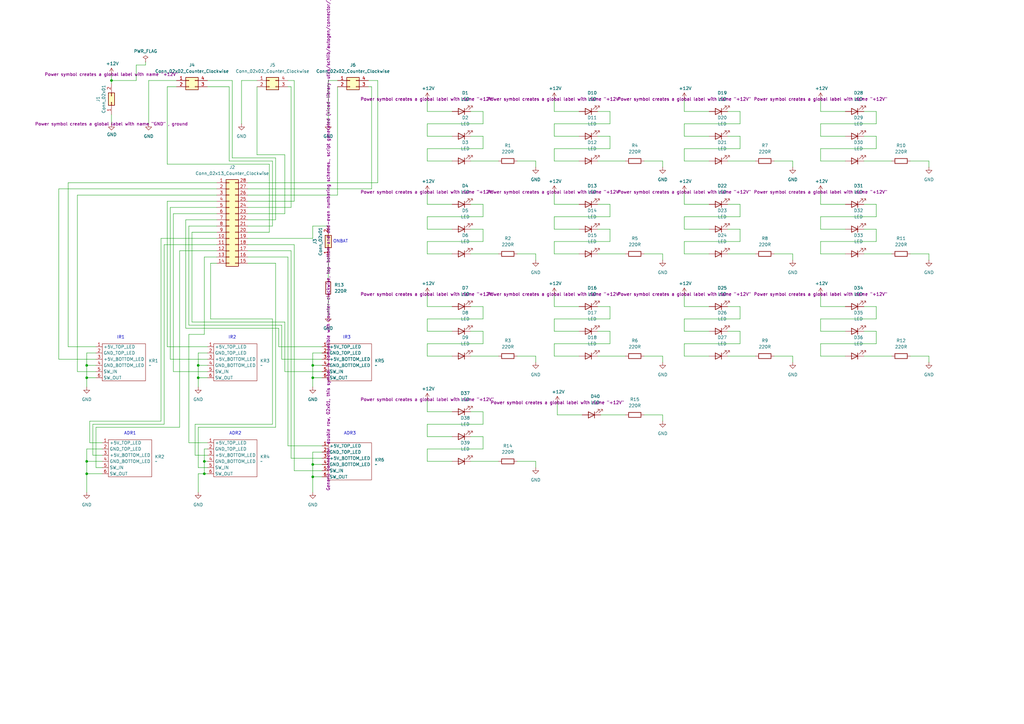
<source format=kicad_sch>
(kicad_sch (version 20250114) (generator "eeschema") (generator_version "9.0")
  (paper "A3")
  (text "IR1" (at 49.53 138.43 0) (effects (font (size 1.27 1.27))))
  (text "IR2" (at 95.25 138.43 0) (effects (font (size 1.27 1.27))))
  (text "ONBAT" (at 139.7 99.06 0) (effects (font (size 1.27 1.27))))
  (text "IR3" (at 142.24 138.43 0) (effects (font (size 1.27 1.27))))
  (text "ADR2" (at 96.52 177.8 0) (effects (font (size 1.27 1.27))))
  (text "ADR3" (at 143.51 177.8 0) (effects (font (size 1.27 1.27))))
  (text "ADR1" (at 53.34 177.8 0) (effects (font (size 1.27 1.27))))
  (junction (at 45.72 33.02))
  (junction (at 128.27 149.86))
  (junction (at 83.82 189.23))
  (junction (at 81.28 154.94))
  (junction (at 35.56 154.94))
  (junction (at 35.56 194.31))
  (junction (at 128.27 195.58))
  (junction (at 35.56 149.86))
  (junction (at 83.82 194.31))
  (junction (at 128.27 190.5))
  (junction (at 128.27 154.94))
  (junction (at 81.28 149.86))
  (junction (at 35.56 189.23))
  (wire (pts (xy 303.53 55.88) (xy 298.45 55.88)))
  (wire (pts (xy 219.71 189.23) (xy 219.71 191.77)))
  (wire (pts (xy 83.82 189.23) (xy 85.09 189.23)))
  (wire (pts (xy 228.6 170.18) (xy 238.76 170.18)))
  (wire (pts (xy 175.26 45.72) (xy 185.42 45.72)))
  (wire (pts (xy 85.09 147.32) (xy 69.85 147.32)))
  (wire (pts (xy 101.6 100.33) (xy 120.65 100.33)))
  (wire (pts (xy 119.38 187.96) (xy 119.38 102.87)))
  (wire (pts (xy 317.5 66.04) (xy 325.12 66.04)))
  (wire (pts (xy 298.45 104.14) (xy 309.88 104.14)))
  (wire (pts (xy 38.1 173.99) (xy 67.31 173.99)))
  (wire (pts (xy 381 146.05) (xy 381 148.59)))
  (wire (pts (xy 290.83 104.14) (xy 280.67 104.14)))
  (wire (pts (xy 105.41 63.5) (xy 116.84 63.5)))
  (wire (pts (xy 359.41 55.88) (xy 354.33 55.88)))
  (wire (pts (xy 175.26 93.98) (xy 175.26 88.9)))
  (wire (pts (xy 193.04 146.05) (xy 204.47 146.05)))
  (wire (pts (xy 119.38 85.09) (xy 101.6 85.09)))
  (wire (pts (xy 346.71 93.98) (xy 336.55 93.98)))
  (wire (pts (xy 359.41 140.97) (xy 359.41 135.89)))
  (wire (pts (xy 77.47 181.61) (xy 77.47 137.16)))
  (wire (pts (xy 78.74 132.08) (xy 78.74 95.25)))
  (wire (pts (xy 264.16 104.14) (xy 271.78 104.14)))
  (wire (pts (xy 336.55 140.97) (xy 359.41 140.97)))
  (wire (pts (xy 81.28 144.78) (xy 85.09 144.78)))
  (wire (pts (xy 41.91 186.69) (xy 38.1 186.69)))
  (wire (pts (xy 115.57 147.32) (xy 132.08 147.32)))
  (wire (pts (xy 303.53 50.8) (xy 303.53 45.72)))
  (wire (pts (xy 346.71 146.05) (xy 336.55 146.05)))
  (wire (pts (xy 36.83 172.72) (xy 66.04 172.72)))
  (wire (pts (xy 193.04 66.04) (xy 204.47 66.04)))
  (wire (pts (xy 151.13 35.56) (xy 152.4 35.56)))
  (wire (pts (xy 175.26 120.65) (xy 175.26 125.73)))
  (wire (pts (xy 280.67 45.72) (xy 290.83 45.72)))
  (wire (pts (xy 237.49 146.05) (xy 227.33 146.05)))
  (wire (pts (xy 354.33 66.04) (xy 365.76 66.04)))
  (wire (pts (xy 77.47 92.71) (xy 77.47 133.35)))
  (wire (pts (xy 175.26 104.14) (xy 175.26 99.06)))
  (wire (pts (xy 77.47 133.35) (xy 115.57 133.35)))
  (wire (pts (xy 219.71 66.04) (xy 219.71 68.58)))
  (wire (pts (xy 113.03 90.17) (xy 101.6 90.17)))
  (wire (pts (xy 83.82 184.15) (xy 85.09 184.15)))
  (wire (pts (xy 78.74 95.25) (xy 88.9 95.25)))
  (wire (pts (xy 118.11 182.88) (xy 118.11 105.41)))
  (wire (pts (xy 85.09 186.69) (xy 80.01 186.69)))
  (wire (pts (xy 80.01 186.69) (xy 80.01 173.99)))
  (wire (pts (xy 119.38 35.56) (xy 119.38 85.09)))
  (wire (pts (xy 336.55 60.96) (xy 359.41 60.96)))
  (wire (pts (xy 128.27 195.58) (xy 132.08 195.58)))
  (wire (pts (xy 27.94 142.24) (xy 27.94 74.93)))
  (wire (pts (xy 67.31 100.33) (xy 88.9 100.33)))
  (wire (pts (xy 59.69 26.67) (xy 59.69 25.4)))
  (wire (pts (xy 198.12 168.91) (xy 193.04 168.91)))
  (wire (pts (xy 35.56 158.75) (xy 35.56 154.94)))
  (wire (pts (xy 290.83 66.04) (xy 280.67 66.04)))
  (wire (pts (xy 290.83 55.88) (xy 280.67 55.88)))
  (wire (pts (xy 76.2 134.62) (xy 76.2 90.17)))
  (wire (pts (xy 99.06 33.02) (xy 105.41 33.02)))
  (wire (pts (xy 85.09 152.4) (xy 71.12 152.4)))
  (wire (pts (xy 280.67 55.88) (xy 280.67 50.8)))
  (wire (pts (xy 193.04 189.23) (xy 204.47 189.23)))
  (wire (pts (xy 175.26 88.9) (xy 198.12 88.9)))
  (wire (pts (xy 245.11 104.14) (xy 256.54 104.14)))
  (wire (pts (xy 45.72 30.48) (xy 45.72 33.02)))
  (wire (pts (xy 280.67 93.98) (xy 280.67 88.9)))
  (wire (pts (xy 128.27 92.71) (xy 134.62 92.71)))
  (wire (pts (xy 35.56 189.23) (xy 35.56 184.15)))
  (wire (pts (xy 154.94 33.02) (xy 154.94 74.93)))
  (wire (pts (xy 99.06 50.8) (xy 99.06 33.02)))
  (wire (pts (xy 336.55 55.88) (xy 336.55 50.8)))
  (wire (pts (xy 81.28 149.86) (xy 81.28 144.78)))
  (wire (pts (xy 185.42 179.07) (xy 175.26 179.07)))
  (wire (pts (xy 280.67 60.96) (xy 303.53 60.96)))
  (wire (pts (xy 317.5 146.05) (xy 325.12 146.05)))
  (wire (pts (xy 198.12 88.9) (xy 198.12 83.82)))
  (wire (pts (xy 93.98 66.04) (xy 111.76 66.04)))
  (wire (pts (xy 227.33 125.73) (xy 237.49 125.73)))
  (wire (pts (xy 346.71 135.89) (xy 336.55 135.89)))
  (wire (pts (xy 303.53 140.97) (xy 303.53 135.89)))
  (wire (pts (xy 298.45 146.05) (xy 309.88 146.05)))
  (wire (pts (xy 77.47 137.16) (xy 83.82 137.16)))
  (wire (pts (xy 134.62 50.8) (xy 134.62 33.02)))
  (wire (pts (xy 101.6 107.95) (xy 113.03 107.95)))
  (wire (pts (xy 303.53 93.98) (xy 298.45 93.98)))
  (wire (pts (xy 336.55 40.64) (xy 336.55 45.72)))
  (wire (pts (xy 280.67 88.9) (xy 303.53 88.9)))
  (wire (pts (xy 336.55 146.05) (xy 336.55 140.97)))
  (wire (pts (xy 264.16 146.05) (xy 271.78 146.05)))
  (wire (pts (xy 39.37 152.4) (xy 31.75 152.4)))
  (wire (pts (xy 113.03 107.95) (xy 113.03 175.26)))
  (wire (pts (xy 101.6 97.79) (xy 128.27 97.79)))
  (wire (pts (xy 303.53 88.9) (xy 303.53 83.82)))
  (wire (pts (xy 118.11 35.56) (xy 119.38 35.56)))
  (wire (pts (xy 110.49 67.31) (xy 68.58 67.31)))
  (wire (pts (xy 212.09 189.23) (xy 219.71 189.23)))
  (wire (pts (xy 152.4 77.47) (xy 101.6 77.47)))
  (wire (pts (xy 303.53 83.82) (xy 298.45 83.82)))
  (wire (pts (xy 138.43 35.56) (xy 138.43 80.01)))
  (wire (pts (xy 45.72 46.99) (xy 45.72 50.8)))
  (wire (pts (xy 227.33 45.72) (xy 237.49 45.72)))
  (wire (pts (xy 198.12 125.73) (xy 193.04 125.73)))
  (wire (pts (xy 354.33 146.05) (xy 365.76 146.05)))
  (wire (pts (xy 111.76 92.71) (xy 101.6 92.71)))
  (wire (pts (xy 359.41 45.72) (xy 354.33 45.72)))
  (wire (pts (xy 128.27 144.78) (xy 132.08 144.78)))
  (wire (pts (xy 237.49 104.14) (xy 227.33 104.14)))
  (wire (pts (xy 175.26 130.81) (xy 198.12 130.81)))
  (wire (pts (xy 227.33 99.06) (xy 250.19 99.06)))
  (wire (pts (xy 227.33 60.96) (xy 250.19 60.96)))
  (wire (pts (xy 85.09 35.56) (xy 93.98 35.56)))
  (wire (pts (xy 227.33 93.98) (xy 227.33 88.9)))
  (wire (pts (xy 264.16 170.18) (xy 271.78 170.18)))
  (wire (pts (xy 359.41 60.96) (xy 359.41 55.88)))
  (wire (pts (xy 303.53 135.89) (xy 298.45 135.89)))
  (wire (pts (xy 83.82 189.23) (xy 83.82 184.15)))
  (wire (pts (xy 134.62 121.92) (xy 134.62 129.54)))
  (wire (pts (xy 41.91 181.61) (xy 36.83 181.61)))
  (wire (pts (xy 128.27 154.94) (xy 128.27 149.86)))
  (wire (pts (xy 114.3 134.62) (xy 76.2 134.62)))
  (wire (pts (xy 116.84 87.63) (xy 101.6 87.63)))
  (wire (pts (xy 80.01 173.99) (xy 111.76 173.99)))
  (wire (pts (xy 81.28 191.77) (xy 81.28 175.26)))
  (wire (pts (xy 373.38 104.14) (xy 381 104.14)))
  (wire (pts (xy 111.76 130.81) (xy 86.36 130.81)))
  (wire (pts (xy 128.27 190.5) (xy 128.27 185.42)))
  (wire (pts (xy 83.82 194.31) (xy 85.09 194.31)))
  (wire (pts (xy 128.27 149.86) (xy 128.27 144.78)))
  (wire (pts (xy 271.78 104.14) (xy 271.78 106.68)))
  (wire (pts (xy 81.28 149.86) (xy 85.09 149.86)))
  (wire (pts (xy 336.55 104.14) (xy 336.55 99.06)))
  (wire (pts (xy 66.04 172.72) (xy 66.04 97.79)))
  (wire (pts (xy 212.09 66.04) (xy 219.71 66.04)))
  (wire (pts (xy 175.26 50.8) (xy 198.12 50.8)))
  (wire (pts (xy 198.12 93.98) (xy 193.04 93.98)))
  (wire (pts (xy 85.09 33.02) (xy 95.25 33.02)))
  (wire (pts (xy 132.08 182.88) (xy 118.11 182.88)))
  (wire (pts (xy 359.41 88.9) (xy 359.41 83.82)))
  (wire (pts (xy 128.27 201.93) (xy 128.27 195.58)))
  (wire (pts (xy 290.83 93.98) (xy 280.67 93.98)))
  (wire (pts (xy 198.12 55.88) (xy 193.04 55.88)))
  (wire (pts (xy 373.38 146.05) (xy 381 146.05)))
  (wire (pts (xy 73.66 175.26) (xy 39.37 175.26)))
  (wire (pts (xy 35.56 189.23) (xy 41.91 189.23)))
  (wire (pts (xy 227.33 120.65) (xy 227.33 125.73)))
  (wire (pts (xy 250.19 83.82) (xy 245.11 83.82)))
  (wire (pts (xy 71.12 87.63) (xy 88.9 87.63)))
  (wire (pts (xy 175.26 99.06) (xy 198.12 99.06)))
  (wire (pts (xy 118.11 33.02) (xy 120.65 33.02)))
  (wire (pts (xy 245.11 146.05) (xy 256.54 146.05)))
  (wire (pts (xy 227.33 135.89) (xy 227.33 130.81)))
  (wire (pts (xy 105.41 35.56) (xy 105.41 63.5)))
  (wire (pts (xy 24.13 77.47) (xy 88.9 77.47)))
  (wire (pts (xy 81.28 194.31) (xy 83.82 194.31)))
  (wire (pts (xy 271.78 66.04) (xy 271.78 68.58)))
  (wire (pts (xy 110.49 95.25) (xy 110.49 67.31)))
  (wire (pts (xy 250.19 125.73) (xy 245.11 125.73)))
  (wire (pts (xy 81.28 154.94) (xy 85.09 154.94)))
  (wire (pts (xy 68.58 67.31) (xy 68.58 35.56)))
  (wire (pts (xy 128.27 195.58) (xy 128.27 190.5)))
  (wire (pts (xy 185.42 55.88) (xy 175.26 55.88)))
  (wire (pts (xy 359.41 50.8) (xy 359.41 45.72)))
  (wire (pts (xy 359.41 135.89) (xy 354.33 135.89)))
  (wire (pts (xy 95.25 33.02) (xy 95.25 64.77)))
  (wire (pts (xy 359.41 99.06) (xy 359.41 93.98)))
  (wire (pts (xy 120.65 193.04) (xy 120.65 100.33)))
  (wire (pts (xy 71.12 152.4) (xy 71.12 87.63)))
  (wire (pts (xy 111.76 130.81) (xy 111.76 173.99)))
  (wire (pts (xy 271.78 146.05) (xy 271.78 148.59)))
  (wire (pts (xy 359.41 93.98) (xy 354.33 93.98)))
  (wire (pts (xy 132.08 193.04) (xy 120.65 193.04)))
  (wire (pts (xy 83.82 105.41) (xy 88.9 105.41)))
  (wire (pts (xy 280.67 135.89) (xy 280.67 130.81)))
  (wire (pts (xy 185.42 66.04) (xy 175.26 66.04)))
  (wire (pts (xy 35.56 154.94) (xy 35.56 149.86)))
  (wire (pts (xy 120.65 82.55) (xy 101.6 82.55)))
  (wire (pts (xy 31.75 152.4) (xy 31.75 80.01)))
  (wire (pts (xy 35.56 154.94) (xy 39.37 154.94)))
  (wire (pts (xy 381 66.04) (xy 381 68.58)))
  (wire (pts (xy 212.09 104.14) (xy 219.71 104.14)))
  (wire (pts (xy 67.31 173.99) (xy 67.31 100.33)))
  (wire (pts (xy 280.67 125.73) (xy 290.83 125.73)))
  (wire (pts (xy 250.19 60.96) (xy 250.19 55.88)))
  (wire (pts (xy 45.72 33.02) (xy 55.88 33.02)))
  (wire (pts (xy 280.67 140.97) (xy 303.53 140.97)))
  (wire (pts (xy 27.94 74.93) (xy 88.9 74.93)))
  (wire (pts (xy 114.3 142.24) (xy 114.3 134.62)))
  (wire (pts (xy 69.85 85.09) (xy 88.9 85.09)))
  (wire (pts (xy 280.67 104.14) (xy 280.67 99.06)))
  (wire (pts (xy 336.55 88.9) (xy 359.41 88.9)))
  (wire (pts (xy 373.38 66.04) (xy 381 66.04)))
  (wire (pts (xy 198.12 184.15) (xy 198.12 179.07)))
  (wire (pts (xy 73.66 102.87) (xy 73.66 175.26)))
  (wire (pts (xy 303.53 45.72) (xy 298.45 45.72)))
  (wire (pts (xy 175.26 189.23) (xy 175.26 184.15)))
  (wire (pts (xy 175.26 55.88) (xy 175.26 50.8)))
  (wire (pts (xy 175.26 173.99) (xy 198.12 173.99)))
  (wire (pts (xy 325.12 66.04) (xy 325.12 68.58)))
  (wire (pts (xy 325.12 104.14) (xy 325.12 106.68)))
  (wire (pts (xy 193.04 104.14) (xy 204.47 104.14)))
  (wire (pts (xy 175.26 66.04) (xy 175.26 60.96)))
  (wire (pts (xy 298.45 66.04) (xy 309.88 66.04)))
  (wire (pts (xy 346.71 104.14) (xy 336.55 104.14)))
  (wire (pts (xy 198.12 135.89) (xy 193.04 135.89)))
  (wire (pts (xy 35.56 194.31) (xy 35.56 189.23)))
  (wire (pts (xy 280.67 78.74) (xy 280.67 83.82)))
  (wire (pts (xy 250.19 45.72) (xy 245.11 45.72)))
  (wire (pts (xy 81.28 201.93) (xy 81.28 194.31)))
  (wire (pts (xy 280.67 120.65) (xy 280.67 125.73)))
  (wire (pts (xy 271.78 170.18) (xy 271.78 172.72)))
  (wire (pts (xy 35.56 194.31) (xy 41.91 194.31)))
  (wire (pts (xy 381 104.14) (xy 381 106.68)))
  (wire (pts (xy 128.27 158.75) (xy 128.27 154.94)))
  (wire (pts (xy 35.56 201.93) (xy 35.56 194.31)))
  (wire (pts (xy 68.58 142.24) (xy 68.58 82.55)))
  (wire (pts (xy 280.67 50.8) (xy 303.53 50.8)))
  (wire (pts (xy 250.19 50.8) (xy 250.19 45.72)))
  (wire (pts (xy 175.26 140.97) (xy 198.12 140.97)))
  (wire (pts (xy 280.67 40.64) (xy 280.67 45.72)))
  (wire (pts (xy 175.26 125.73) (xy 185.42 125.73)))
  (wire (pts (xy 227.33 130.81) (xy 250.19 130.81)))
  (wire (pts (xy 336.55 135.89) (xy 336.55 130.81)))
  (wire (pts (xy 290.83 135.89) (xy 280.67 135.89)))
  (wire (pts (xy 303.53 60.96) (xy 303.53 55.88)))
  (wire (pts (xy 250.19 55.88) (xy 245.11 55.88)))
  (wire (pts (xy 250.19 88.9) (xy 250.19 83.82)))
  (wire (pts (xy 317.5 104.14) (xy 325.12 104.14)))
  (wire (pts (xy 86.36 107.95) (xy 88.9 107.95)))
  (wire (pts (xy 336.55 130.81) (xy 359.41 130.81)))
  (wire (pts (xy 93.98 35.56) (xy 93.98 66.04)))
  (wire (pts (xy 198.12 130.81) (xy 198.12 125.73)))
  (wire (pts (xy 86.36 130.81) (xy 86.36 107.95)))
  (wire (pts (xy 237.49 135.89) (xy 227.33 135.89)))
  (wire (pts (xy 35.56 149.86) (xy 35.56 144.78)))
  (wire (pts (xy 66.04 97.79) (xy 88.9 97.79)))
  (wire (pts (xy 128.27 149.86) (xy 132.08 149.86)))
  (wire (pts (xy 280.67 99.06) (xy 303.53 99.06)))
  (wire (pts (xy 228.6 165.1) (xy 228.6 170.18)))
  (wire (pts (xy 336.55 99.06) (xy 359.41 99.06)))
  (wire (pts (xy 81.28 175.26) (xy 113.03 175.26)))
  (wire (pts (xy 38.1 186.69) (xy 38.1 173.99)))
  (wire (pts (xy 175.26 168.91) (xy 185.42 168.91)))
  (wire (pts (xy 264.16 66.04) (xy 271.78 66.04)))
  (wire (pts (xy 250.19 135.89) (xy 245.11 135.89)))
  (wire (pts (xy 85.09 191.77) (xy 81.28 191.77)))
  (wire (pts (xy 111.76 66.04) (xy 111.76 92.71)))
  (wire (pts (xy 336.55 125.73) (xy 346.71 125.73)))
  (wire (pts (xy 219.71 104.14) (xy 219.71 106.68)))
  (wire (pts (xy 35.56 149.86) (xy 39.37 149.86)))
  (wire (pts (xy 280.67 66.04) (xy 280.67 60.96)))
  (wire (pts (xy 134.62 33.02) (xy 138.43 33.02)))
  (wire (pts (xy 359.41 130.81) (xy 359.41 125.73)))
  (wire (pts (xy 250.19 99.06) (xy 250.19 93.98)))
  (wire (pts (xy 115.57 133.35) (xy 115.57 147.32)))
  (wire (pts (xy 24.13 147.32) (xy 24.13 77.47)))
  (wire (pts (xy 81.28 158.75) (xy 81.28 154.94)))
  (wire (pts (xy 198.12 99.06) (xy 198.12 93.98)))
  (wire (pts (xy 303.53 130.81) (xy 303.53 125.73)))
  (wire (pts (xy 83.82 194.31) (xy 83.82 189.23)))
  (wire (pts (xy 68.58 82.55) (xy 88.9 82.55)))
  (wire (pts (xy 113.03 64.77) (xy 113.03 90.17)))
  (wire (pts (xy 175.26 146.05) (xy 175.26 140.97)))
  (wire (pts (xy 83.82 137.16) (xy 83.82 105.41)))
  (wire (pts (xy 198.12 50.8) (xy 198.12 45.72)))
  (wire (pts (xy 45.72 33.02) (xy 45.72 34.29)))
  (wire (pts (xy 132.08 187.96) (xy 119.38 187.96)))
  (wire (pts (xy 85.09 142.24) (xy 68.58 142.24)))
  (wire (pts (xy 198.12 173.99) (xy 198.12 168.91)))
  (wire (pts (xy 198.12 45.72) (xy 193.04 45.72)))
  (wire (pts (xy 55.88 33.02) (xy 55.88 26.67)))
  (wire (pts (xy 237.49 93.98) (xy 227.33 93.98)))
  (wire (pts (xy 227.33 146.05) (xy 227.33 140.97)))
  (wire (pts (xy 154.94 74.93) (xy 101.6 74.93)))
  (wire (pts (xy 227.33 83.82) (xy 237.49 83.82)))
  (wire (pts (xy 336.55 83.82) (xy 346.71 83.82)))
  (wire (pts (xy 128.27 185.42) (xy 132.08 185.42)))
  (wire (pts (xy 359.41 83.82) (xy 354.33 83.82)))
  (wire (pts (xy 185.42 189.23) (xy 175.26 189.23)))
  (wire (pts (xy 354.33 104.14) (xy 365.76 104.14)))
  (wire (pts (xy 227.33 88.9) (xy 250.19 88.9)))
  (wire (pts (xy 35.56 184.15) (xy 41.91 184.15)))
  (wire (pts (xy 336.55 93.98) (xy 336.55 88.9)))
  (wire (pts (xy 346.71 55.88) (xy 336.55 55.88)))
  (wire (pts (xy 39.37 142.24) (xy 27.94 142.24)))
  (wire (pts (xy 101.6 105.41) (xy 118.11 105.41)))
  (wire (pts (xy 73.66 102.87) (xy 88.9 102.87)))
  (wire (pts (xy 36.83 181.61) (xy 36.83 172.72)))
  (wire (pts (xy 151.13 33.02) (xy 154.94 33.02)))
  (wire (pts (xy 280.67 83.82) (xy 290.83 83.82)))
  (wire (pts (xy 175.26 40.64) (xy 175.26 45.72)))
  (wire (pts (xy 250.19 130.81) (xy 250.19 125.73)))
  (wire (pts (xy 246.38 170.18) (xy 256.54 170.18)))
  (wire (pts (xy 336.55 120.65) (xy 336.55 125.73)))
  (wire (pts (xy 227.33 55.88) (xy 227.33 50.8)))
  (wire (pts (xy 101.6 95.25) (xy 110.49 95.25)))
  (wire (pts (xy 132.08 142.24) (xy 114.3 142.24)))
  (wire (pts (xy 69.85 147.32) (xy 69.85 85.09)))
  (wire (pts (xy 101.6 102.87) (xy 119.38 102.87)))
  (wire (pts (xy 198.12 140.97) (xy 198.12 135.89)))
  (wire (pts (xy 31.75 80.01) (xy 88.9 80.01)))
  (wire (pts (xy 175.26 163.83) (xy 175.26 168.91)))
  (wire (pts (xy 227.33 50.8) (xy 250.19 50.8)))
  (wire (pts (xy 95.25 64.77) (xy 113.03 64.77)))
  (wire (pts (xy 175.26 83.82) (xy 185.42 83.82)))
  (wire (pts (xy 227.33 78.74) (xy 227.33 83.82)))
  (wire (pts (xy 336.55 45.72) (xy 346.71 45.72)))
  (wire (pts (xy 128.27 97.79) (xy 128.27 92.71)))
  (wire (pts (xy 198.12 179.07) (xy 193.04 179.07)))
  (wire (pts (xy 134.62 105.41) (xy 134.62 114.3)))
  (wire (pts (xy 336.55 66.04) (xy 336.55 60.96)))
  (wire (pts (xy 175.26 179.07) (xy 175.26 173.99)))
  (wire (pts (xy 290.83 146.05) (xy 280.67 146.05)))
  (wire (pts (xy 41.91 191.77) (xy 39.37 191.77)))
  (wire (pts (xy 219.71 146.05) (xy 219.71 148.59)))
  (wire (pts (xy 212.09 146.05) (xy 219.71 146.05)))
  (wire (pts (xy 185.42 104.14) (xy 175.26 104.14)))
  (wire (pts (xy 227.33 104.14) (xy 227.33 99.06)))
  (wire (pts (xy 39.37 147.32) (xy 24.13 147.32)))
  (wire (pts (xy 132.08 152.4) (xy 116.84 152.4)))
  (wire (pts (xy 346.71 66.04) (xy 336.55 66.04)))
  (wire (pts (xy 55.88 26.67) (xy 59.69 26.67)))
  (wire (pts (xy 35.56 144.78) (xy 39.37 144.78)))
  (wire (pts (xy 227.33 40.64) (xy 227.33 45.72)))
  (wire (pts (xy 116.84 132.08) (xy 78.74 132.08)))
  (wire (pts (xy 303.53 99.06) (xy 303.53 93.98)))
  (wire (pts (xy 245.11 66.04) (xy 256.54 66.04)))
  (wire (pts (xy 227.33 140.97) (xy 250.19 140.97)))
  (wire (pts (xy 336.55 50.8) (xy 359.41 50.8)))
  (wire (pts (xy 175.26 78.74) (xy 175.26 83.82)))
  (wire (pts (xy 81.28 154.94) (xy 81.28 149.86)))
  (wire (pts (xy 237.49 55.88) (xy 227.33 55.88)))
  (wire (pts (xy 359.41 125.73) (xy 354.33 125.73)))
  (wire (pts (xy 250.19 140.97) (xy 250.19 135.89)))
  (wire (pts (xy 227.33 66.04) (xy 227.33 60.96)))
  (wire (pts (xy 185.42 135.89) (xy 175.26 135.89)))
  (wire (pts (xy 116.84 152.4) (xy 116.84 132.08)))
  (wire (pts (xy 128.27 154.94) (xy 132.08 154.94)))
  (wire (pts (xy 175.26 184.15) (xy 198.12 184.15)))
  (wire (pts (xy 39.37 175.26) (xy 39.37 191.77)))
  (wire (pts (xy 303.53 125.73) (xy 298.45 125.73)))
  (wire (pts (xy 76.2 90.17) (xy 88.9 90.17)))
  (wire (pts (xy 120.65 33.02) (xy 120.65 82.55)))
  (wire (pts (xy 280.67 130.81) (xy 303.53 130.81)))
  (wire (pts (xy 250.19 93.98) (xy 245.11 93.98)))
  (wire (pts (xy 175.26 135.89) (xy 175.26 130.81)))
  (wire (pts (xy 185.42 146.05) (xy 175.26 146.05)))
  (wire (pts (xy 336.55 78.74) (xy 336.55 83.82)))
  (wire (pts (xy 138.43 80.01) (xy 101.6 80.01)))
  (wire (pts (xy 60.96 33.02) (xy 72.39 33.02)))
  (wire (pts (xy 237.49 66.04) (xy 227.33 66.04)))
  (wire (pts (xy 88.9 92.71) (xy 77.47 92.71)))
  (wire (pts (xy 175.26 60.96) (xy 198.12 60.96)))
  (wire (pts (xy 325.12 146.05) (xy 325.12 148.59)))
  (wire (pts (xy 116.84 63.5) (xy 116.84 87.63)))
  (wire (pts (xy 128.27 190.5) (xy 132.08 190.5)))
  (wire (pts (xy 68.58 35.56) (xy 72.39 35.56)))
  (wire (pts (xy 280.67 146.05) (xy 280.67 140.97)))
  (wire (pts (xy 152.4 35.56) (xy 152.4 77.47)))
  (wire (pts (xy 85.09 181.61) (xy 77.47 181.61)))
  (wire (pts (xy 60.96 50.8) (xy 60.96 33.02)))
  (wire (pts (xy 198.12 60.96) (xy 198.12 55.88)))
  (wire (pts (xy 198.12 83.82) (xy 193.04 83.82)))
  (wire (pts (xy 185.42 93.98) (xy 175.26 93.98)))
  (symbol (lib_id "Connector_Generic:Conn_02x01") (at 45.72 41.91 90) (unit 1)
    (property "Reference" "J1" (at 40.2082 40.64 0))
    (property "Value" "Conn_02x01" (at 42.5196 40.64 0))
    (property "Footprint" "TerminalBlock:TerminalBlock_bornier-2_P5.08mm" (effects (hide yes)))
    (property "Description" "Generic connector, double row, 02x01, this symbol is compatible with counter-clockwise, top-bottom and odd-even numbering schemes., script generated (kicad-library-utils/schlib/autogen/connector/)" (effects (hide yes)))
  )
  (symbol (lib_id "power:GND") (at 45.72 50.8 0) (unit 1)
    (property "Reference" "#PWR0126" (effects (hide yes)))
    (property "Value" "GND" (at 45.847 55.1942 0))
    (property "Description" "Power symbol creates a global label with name \"GND\" , ground" (at 45.72 50.8 0))
  )
  (symbol (lib_id "power:+12V") (at 45.72 30.48 0) (unit 1)
    (property "Reference" "#PWR0127" (effects (hide yes)))
    (property "Value" "+12V" (at 46.101 26.0858 0))
    (property "Description" "Power symbol creates a global label with name \"+12V\"" (at 45.72 30.48 0))
  )
  (symbol (lib_id "power:PWR_FLAG") (at 59.69 25.4 0) (unit 1)
    (property "Reference" "#FLG0103" (effects (hide yes)))
    (property "Value" "PWR_FLAG" (at 59.69 21.0058 0))
  )
  (symbol (lib_id "power:+12V") (at 336.55 120.65 0) (unit 1)
    (property "Reference" "#PWR021" (effects (hide yes)))
    (property "Value" "+12V" (at 336.931 116.2558 0))
    (property "Description" "Power symbol creates a global label with name \"+12V\"" (at 336.55 120.65 0))
  )
  (symbol (lib_id "Device:R") (at 313.69 146.05 90) (unit 1)
    (property "Reference" "R9" (at 313.69 139.7 90))
    (property "Value" "220R" (at 313.69 142.24 90))
    (property "Footprint" "Resistor_SMD:R_1206_3216Metric_Pad1.30x1.75mm_HandSolder" (effects (hide yes)))
    (property "Description" "Resistor" (effects (hide yes)))
  )
  (symbol (lib_id "Connector_Generic:Conn_02x02_Counter_Clockwise") (at 77.47 33.02 0) (unit 1)
    (property "Reference" "J4" (at 78.74 26.67 0))
    (property "Value" "Conn_02x02_Counter_Clockwise" (at 78.74 29.21 0))
    (property "Footprint" "Connector_PinHeader_2.54mm:PinHeader_1x04_P2.54mm_Vertical" (effects (hide yes)))
    (property "Description" "Generic connector, double row, 02x02, counter clockwise pin numbering scheme (similar to DIP package numbering), script generated (kicad-library-utils/schlib/autogen/connector/)" (effects (hide yes)))
  )
  (symbol (lib_id "power:+12V") (at 227.33 40.64 0) (unit 1)
    (property "Reference" "#PWR07" (effects (hide yes)))
    (property "Value" "+12V" (at 227.711 36.2458 0))
    (property "Description" "Power symbol creates a global label with name \"+12V\"" (at 227.33 40.64 0))
  )
  (symbol (lib_id "Device:LED") (at 241.3 135.89 180) (unit 1)
    (property "Reference" "D17" (at 242.8875 128.27 0))
    (property "Value" "LED" (at 242.8875 130.81 0))
    (property "Footprint" "OpenA3XX:LED_Everlight-SMD3528_3.5x2.8mm_67-21ST" (effects (hide yes)))
    (property "Description" "Light emitting diode" (effects (hide yes)))
    (property "Sim.Pins" "1=K 2=A" (effects (hide yes)))
  )
  (symbol (lib_id "Device:R") (at 208.28 189.23 90) (unit 1)
    (property "Reference" "R14" (at 208.28 182.88 90))
    (property "Value" "220R" (at 208.28 185.42 90))
    (property "Footprint" "Resistor_SMD:R_1206_3216Metric_Pad1.30x1.75mm_HandSolder" (effects (hide yes)))
    (property "Description" "Resistor" (effects (hide yes)))
  )
  (symbol (lib_id "Device:LED") (at 189.23 93.98 180) (unit 1)
    (property "Reference" "D5" (at 190.8175 86.36 0))
    (property "Value" "LED" (at 190.8175 88.9 0))
    (property "Footprint" "OpenA3XX:LED_Everlight-SMD3528_3.5x2.8mm_67-21ST" (effects (hide yes)))
    (property "Description" "Light emitting diode" (effects (hide yes)))
    (property "Sim.Pins" "1=K 2=A" (effects (hide yes)))
  )
  (symbol (lib_id "Device:LED") (at 350.52 66.04 180) (unit 1)
    (property "Reference" "D30" (at 352.1075 58.42 0))
    (property "Value" "LED" (at 352.1075 60.96 0))
    (property "Footprint" "OpenA3XX:LED_Everlight-SMD3528_3.5x2.8mm_67-21ST" (effects (hide yes)))
    (property "Description" "Light emitting diode" (effects (hide yes)))
    (property "Sim.Pins" "1=K 2=A" (effects (hide yes)))
  )
  (symbol (lib_id "Device:LED") (at 189.23 104.14 180) (unit 1)
    (property "Reference" "D6" (at 190.8175 96.52 0))
    (property "Value" "LED" (at 190.8175 99.06 0))
    (property "Footprint" "OpenA3XX:LED_Everlight-SMD3528_3.5x2.8mm_67-21ST" (effects (hide yes)))
    (property "Description" "Light emitting diode" (effects (hide yes)))
    (property "Sim.Pins" "1=K 2=A" (effects (hide yes)))
  )
  (symbol (lib_id "Device:LED") (at 294.64 55.88 180) (unit 1)
    (property "Reference" "D20" (at 296.2275 48.26 0))
    (property "Value" "LED" (at 296.2275 50.8 0))
    (property "Footprint" "OpenA3XX:LED_Everlight-SMD3528_3.5x2.8mm_67-21ST" (effects (hide yes)))
    (property "Description" "Light emitting diode" (effects (hide yes)))
    (property "Sim.Pins" "1=K 2=A" (effects (hide yes)))
  )
  (symbol (lib_id "Device:R") (at 208.28 66.04 90) (unit 1)
    (property "Reference" "R1" (at 208.28 59.69 90))
    (property "Value" "220R" (at 208.28 62.23 90))
    (property "Footprint" "Resistor_SMD:R_1206_3216Metric_Pad1.30x1.75mm_HandSolder" (effects (hide yes)))
    (property "Description" "Resistor" (effects (hide yes)))
  )
  (symbol (lib_id "Device:LED") (at 350.52 55.88 180) (unit 1)
    (property "Reference" "D29" (at 352.1075 48.26 0))
    (property "Value" "LED" (at 352.1075 50.8 0))
    (property "Footprint" "OpenA3XX:LED_Everlight-SMD3528_3.5x2.8mm_67-21ST" (effects (hide yes)))
    (property "Description" "Light emitting diode" (effects (hide yes)))
    (property "Sim.Pins" "1=K 2=A" (effects (hide yes)))
  )
  (symbol (lib_id "Device:R") (at 369.57 104.14 90) (unit 1)
    (property "Reference" "R11" (at 369.57 97.79 90))
    (property "Value" "220R" (at 369.57 100.33 90))
    (property "Footprint" "Resistor_SMD:R_1206_3216Metric_Pad1.30x1.75mm_HandSolder" (effects (hide yes)))
    (property "Description" "Resistor" (effects (hide yes)))
  )
  (symbol (lib_id "Device:LED") (at 294.64 135.89 180) (unit 1)
    (property "Reference" "D26" (at 296.2275 128.27 0))
    (property "Value" "LED" (at 296.2275 130.81 0))
    (property "Footprint" "OpenA3XX:LED_Everlight-SMD3528_3.5x2.8mm_67-21ST" (effects (hide yes)))
    (property "Description" "Light emitting diode" (effects (hide yes)))
    (property "Sim.Pins" "1=K 2=A" (effects (hide yes)))
  )
  (symbol (lib_id "Device:R") (at 134.62 118.11 180) (unit 1)
    (property "Reference" "R13" (at 137.16 116.8399 0) (effects (justify right)))
    (property "Value" "220R" (at 137.16 119.3799 0) (effects (justify right)))
    (property "Footprint" "Resistor_SMD:R_1206_3216Metric_Pad1.30x1.75mm_HandSolder" (effects (hide yes)))
    (property "Description" "Resistor" (effects (hide yes)))
  )
  (symbol (lib_id "power:+12V") (at 336.55 40.64 0) (unit 1)
    (property "Reference" "#PWR019" (effects (hide yes)))
    (property "Value" "+12V" (at 336.931 36.2458 0))
    (property "Description" "Power symbol creates a global label with name \"+12V\"" (at 336.55 40.64 0))
  )
  (symbol (lib_id "KorrySwitch:Korry_Switch") (at 95.25 179.07 0) (unit 1)
    (property "Reference" "KR4" (at 106.68 187.3249 0) (effects (justify left)))
    (property "Value" "~" (at 106.68 189.23 0) (effects (justify left)))
    (property "Footprint" "OpenA3XX:Korry Switch" (effects (hide yes)))
  )
  (symbol (lib_id "power:GND") (at 128.27 158.75 0) (unit 1)
    (property "Reference" "#PWR028" (effects (hide yes)))
    (property "Value" "GND" (at 128.27 163.83 0))
    (property "Description" "Power symbol creates a global label with name \"GND\" , ground" (effects (hide yes)))
  )
  (symbol (lib_id "power:GND") (at 325.12 106.68 0) (unit 1)
    (property "Reference" "#PWR017" (effects (hide yes)))
    (property "Value" "GND" (at 325.12 111.76 0))
    (property "Description" "Power symbol creates a global label with name \"GND\" , ground" (effects (hide yes)))
  )
  (symbol (lib_id "power:+12V") (at 228.6 165.1 0) (unit 1)
    (property "Reference" "#PWR037" (effects (hide yes)))
    (property "Value" "+12V" (at 228.981 160.7058 0))
    (property "Description" "Power symbol creates a global label with name \"+12V\"" (at 228.6 165.1 0))
  )
  (symbol (lib_id "Device:LED") (at 242.57 170.18 180) (unit 1)
    (property "Reference" "D40" (at 244.1575 162.56 0))
    (property "Value" "LED" (at 244.1575 165.1 0))
    (property "Footprint" "OpenA3XX:LED_Everlight-SMD3528_3.5x2.8mm_67-21ST" (effects (hide yes)))
    (property "Description" "Light emitting diode" (effects (hide yes)))
    (property "Sim.Pins" "1=K 2=A" (effects (hide yes)))
  )
  (symbol (lib_id "power:GND") (at 128.27 201.93 0) (unit 1)
    (property "Reference" "#PWR031" (effects (hide yes)))
    (property "Value" "GND" (at 128.27 207.01 0))
    (property "Description" "Power symbol creates a global label with name \"GND\" , ground" (effects (hide yes)))
  )
  (symbol (lib_id "Connector_Generic:Conn_02x01") (at 134.62 100.33 90) (unit 1)
    (property "Reference" "J3" (at 129.1082 99.06 0))
    (property "Value" "Conn_02x01" (at 131.4196 99.06 0))
    (property "Footprint" "Connector_PinHeader_2.54mm:PinHeader_1x02_P2.54mm_Vertical" (effects (hide yes)))
    (property "Description" "Generic connector, double row, 02x01, this symbol is compatible with counter-clockwise, top-bottom and odd-even numbering schemes., script generated (kicad-library-utils/schlib/autogen/connector/)" (at 134.62 100.33 0))
  )
  (symbol (lib_id "Device:LED") (at 189.23 135.89 180) (unit 1)
    (property "Reference" "D8" (at 190.8175 128.27 0))
    (property "Value" "LED" (at 190.8175 130.81 0))
    (property "Footprint" "OpenA3XX:LED_Everlight-SMD3528_3.5x2.8mm_67-21ST" (effects (hide yes)))
    (property "Description" "Light emitting diode" (effects (hide yes)))
    (property "Sim.Pins" "1=K 2=A" (effects (hide yes)))
  )
  (symbol (lib_id "power:+12V") (at 280.67 120.65 0) (unit 1)
    (property "Reference" "#PWR015" (effects (hide yes)))
    (property "Value" "+12V" (at 281.051 116.2558 0))
    (property "Description" "Power symbol creates a global label with name \"+12V\"" (at 280.67 120.65 0))
  )
  (symbol (lib_id "Device:LED") (at 294.64 104.14 180) (unit 1)
    (property "Reference" "D24" (at 296.2275 96.52 0))
    (property "Value" "LED" (at 296.2275 99.06 0))
    (property "Footprint" "OpenA3XX:LED_Everlight-SMD3528_3.5x2.8mm_67-21ST" (effects (hide yes)))
    (property "Description" "Light emitting diode" (effects (hide yes)))
    (property "Sim.Pins" "1=K 2=A" (effects (hide yes)))
  )
  (symbol (lib_id "Device:LED") (at 294.64 66.04 180) (unit 1)
    (property "Reference" "D21" (at 296.2275 58.42 0))
    (property "Value" "LED" (at 296.2275 60.96 0))
    (property "Footprint" "OpenA3XX:LED_Everlight-SMD3528_3.5x2.8mm_67-21ST" (effects (hide yes)))
    (property "Description" "Light emitting diode" (effects (hide yes)))
    (property "Sim.Pins" "1=K 2=A" (effects (hide yes)))
  )
  (symbol (lib_id "Device:LED") (at 241.3 45.72 180) (unit 1)
    (property "Reference" "D10" (at 242.8875 38.1 0))
    (property "Value" "LED" (at 242.8875 40.64 0))
    (property "Footprint" "OpenA3XX:LED_Everlight-SMD3528_3.5x2.8mm_67-21ST" (effects (hide yes)))
    (property "Description" "Light emitting diode" (effects (hide yes)))
    (property "Sim.Pins" "1=K 2=A" (effects (hide yes)))
  )
  (symbol (lib_id "power:GND") (at 219.71 106.68 0) (unit 1)
    (property "Reference" "#PWR04" (effects (hide yes)))
    (property "Value" "GND" (at 219.71 111.76 0))
    (property "Description" "Power symbol creates a global label with name \"GND\" , ground" (effects (hide yes)))
  )
  (symbol (lib_id "Connector_Generic:Conn_02x02_Counter_Clockwise") (at 143.51 33.02 0) (unit 1)
    (property "Reference" "J6" (at 144.78 26.67 0))
    (property "Value" "Conn_02x02_Counter_Clockwise" (at 144.78 29.21 0))
    (property "Footprint" "Connector_PinHeader_2.54mm:PinHeader_1x04_P2.54mm_Vertical" (effects (hide yes)))
    (property "Description" "Generic connector, double row, 02x02, counter clockwise pin numbering scheme (similar to DIP package numbering), script generated (kicad-library-utils/schlib/autogen/connector/)" (effects (hide yes)))
  )
  (symbol (lib_id "power:GND") (at 134.62 129.54 0) (unit 1)
    (property "Reference" "#PWR025" (effects (hide yes)))
    (property "Value" "GND" (at 134.62 134.62 0))
    (property "Description" "Power symbol creates a global label with name \"GND\" , ground" (effects (hide yes)))
  )
  (symbol (lib_id "Device:LED") (at 294.64 83.82 180) (unit 1)
    (property "Reference" "D22" (at 296.2275 76.2 0))
    (property "Value" "LED" (at 296.2275 78.74 0))
    (property "Footprint" "OpenA3XX:LED_Everlight-SMD3528_3.5x2.8mm_67-21ST" (effects (hide yes)))
    (property "Description" "Light emitting diode" (effects (hide yes)))
    (property "Sim.Pins" "1=K 2=A" (effects (hide yes)))
  )
  (symbol (lib_id "Device:R") (at 369.57 66.04 90) (unit 1)
    (property "Reference" "R10" (at 369.57 59.69 90))
    (property "Value" "220R" (at 369.57 62.23 90))
    (property "Footprint" "Resistor_SMD:R_1206_3216Metric_Pad1.30x1.75mm_HandSolder" (effects (hide yes)))
    (property "Description" "Resistor" (effects (hide yes)))
  )
  (symbol (lib_id "power:+12V") (at 280.67 40.64 0) (unit 1)
    (property "Reference" "#PWR013" (effects (hide yes)))
    (property "Value" "+12V" (at 281.051 36.2458 0))
    (property "Description" "Power symbol creates a global label with name \"+12V\"" (at 280.67 40.64 0))
  )
  (symbol (lib_id "Device:LED") (at 294.64 146.05 180) (unit 1)
    (property "Reference" "D27" (at 296.2275 138.43 0))
    (property "Value" "LED" (at 296.2275 140.97 0))
    (property "Footprint" "OpenA3XX:LED_Everlight-SMD3528_3.5x2.8mm_67-21ST" (effects (hide yes)))
    (property "Description" "Light emitting diode" (effects (hide yes)))
    (property "Sim.Pins" "1=K 2=A" (effects (hide yes)))
  )
  (symbol (lib_id "Device:R") (at 208.28 104.14 90) (unit 1)
    (property "Reference" "R2" (at 208.28 97.79 90))
    (property "Value" "220R" (at 208.28 100.33 90))
    (property "Footprint" "Resistor_SMD:R_1206_3216Metric_Pad1.30x1.75mm_HandSolder" (effects (hide yes)))
    (property "Description" "Resistor" (effects (hide yes)))
  )
  (symbol (lib_id "power:GND") (at 219.71 148.59 0) (unit 1)
    (property "Reference" "#PWR06" (effects (hide yes)))
    (property "Value" "GND" (at 219.71 153.67 0))
    (property "Description" "Power symbol creates a global label with name \"GND\" , ground" (effects (hide yes)))
  )
  (symbol (lib_id "Device:LED") (at 350.52 104.14 180) (unit 1)
    (property "Reference" "D33" (at 352.1075 96.52 0))
    (property "Value" "LED" (at 352.1075 99.06 0))
    (property "Footprint" "OpenA3XX:LED_Everlight-SMD3528_3.5x2.8mm_67-21ST" (effects (hide yes)))
    (property "Description" "Light emitting diode" (effects (hide yes)))
    (property "Sim.Pins" "1=K 2=A" (effects (hide yes)))
  )
  (symbol (lib_id "power:+12V") (at 227.33 78.74 0) (unit 1)
    (property "Reference" "#PWR08" (effects (hide yes)))
    (property "Value" "+12V" (at 227.711 74.3458 0))
    (property "Description" "Power symbol creates a global label with name \"+12V\"" (at 227.33 78.74 0))
  )
  (symbol (lib_id "power:+12V") (at 175.26 40.64 0) (unit 1)
    (property "Reference" "#PWR01" (effects (hide yes)))
    (property "Value" "+12V" (at 175.641 36.2458 0))
    (property "Description" "Power symbol creates a global label with name \"+12V\"" (at 175.26 40.64 0))
  )
  (symbol (lib_id "Device:LED") (at 241.3 66.04 180) (unit 1)
    (property "Reference" "D12" (at 242.8875 58.42 0))
    (property "Value" "LED" (at 242.8875 60.96 0))
    (property "Footprint" "OpenA3XX:LED_Everlight-SMD3528_3.5x2.8mm_67-21ST" (effects (hide yes)))
    (property "Description" "Light emitting diode" (effects (hide yes)))
    (property "Sim.Pins" "1=K 2=A" (effects (hide yes)))
  )
  (symbol (lib_id "power:GND") (at 219.71 68.58 0) (unit 1)
    (property "Reference" "#PWR02" (effects (hide yes)))
    (property "Value" "GND" (at 219.71 73.66 0))
    (property "Description" "Power symbol creates a global label with name \"GND\" , ground" (effects (hide yes)))
  )
  (symbol (lib_id "Device:R") (at 260.35 170.18 90) (unit 1)
    (property "Reference" "R15" (at 260.35 163.83 90))
    (property "Value" "220R" (at 260.35 166.37 90))
    (property "Footprint" "Resistor_SMD:R_1206_3216Metric_Pad1.30x1.75mm_HandSolder" (effects (hide yes)))
    (property "Description" "Resistor" (effects (hide yes)))
  )
  (symbol (lib_id "power:GND") (at 81.28 158.75 0) (unit 1)
    (property "Reference" "#PWR027" (effects (hide yes)))
    (property "Value" "GND" (at 81.28 163.83 0))
    (property "Description" "Power symbol creates a global label with name \"GND\" , ground" (effects (hide yes)))
  )
  (symbol (lib_id "Device:R") (at 313.69 66.04 90) (unit 1)
    (property "Reference" "R7" (at 313.69 59.69 90))
    (property "Value" "220R" (at 313.69 62.23 90))
    (property "Footprint" "Resistor_SMD:R_1206_3216Metric_Pad1.30x1.75mm_HandSolder" (effects (hide yes)))
    (property "Description" "Resistor" (effects (hide yes)))
  )
  (symbol (lib_id "power:+12V") (at 175.26 78.74 0) (unit 1)
    (property "Reference" "#PWR03" (effects (hide yes)))
    (property "Value" "+12V" (at 175.641 74.3458 0))
    (property "Description" "Power symbol creates a global label with name \"+12V\"" (at 175.26 78.74 0))
  )
  (symbol (lib_id "Device:LED") (at 350.52 45.72 180) (unit 1)
    (property "Reference" "D28" (at 352.1075 38.1 0))
    (property "Value" "LED" (at 352.1075 40.64 0))
    (property "Footprint" "OpenA3XX:LED_Everlight-SMD3528_3.5x2.8mm_67-21ST" (effects (hide yes)))
    (property "Description" "Light emitting diode" (effects (hide yes)))
    (property "Sim.Pins" "1=K 2=A" (effects (hide yes)))
  )
  (symbol (lib_id "Connector_Generic:Conn_02x14_Counter_Clockwise") (at 93.98 90.17 0) (unit 1)
    (property "Reference" "J2" (at 95.25 68.58 0))
    (property "Value" "Conn_02x13_Counter_Clockwise" (at 95.25 71.12 0))
    (property "Footprint" "Connector_PinHeader_2.54mm:PinHeader_2x14_P2.54mm_Vertical" (effects (hide yes)))
    (property "Description" "Generic connector, double row, 02x14, counter clockwise pin numbering scheme (similar to DIP package numbering), script generated (kicad-library-utils/schlib/autogen/connector/)" (effects (hide yes)))
  )
  (symbol (lib_id "power:GND") (at 35.56 158.75 0) (unit 1)
    (property "Reference" "#PWR026" (effects (hide yes)))
    (property "Value" "GND" (at 35.56 163.83 0))
    (property "Description" "Power symbol creates a global label with name \"GND\" , ground" (effects (hide yes)))
  )
  (symbol (lib_id "Device:R") (at 208.28 146.05 90) (unit 1)
    (property "Reference" "R3" (at 208.28 139.7 90))
    (property "Value" "220R" (at 208.28 142.24 90))
    (property "Footprint" "Resistor_SMD:R_1206_3216Metric_Pad1.30x1.75mm_HandSolder" (effects (hide yes)))
    (property "Description" "Resistor" (effects (hide yes)))
  )
  (symbol (lib_id "Device:LED") (at 350.52 83.82 180) (unit 1)
    (property "Reference" "D31" (at 352.1075 76.2 0))
    (property "Value" "LED" (at 352.1075 78.74 0))
    (property "Footprint" "OpenA3XX:LED_Everlight-SMD3528_3.5x2.8mm_67-21ST" (effects (hide yes)))
    (property "Description" "Light emitting diode" (effects (hide yes)))
    (property "Sim.Pins" "1=K 2=A" (effects (hide yes)))
  )
  (symbol (lib_id "Device:LED") (at 189.23 189.23 180) (unit 1)
    (property "Reference" "D39" (at 190.8175 181.61 0))
    (property "Value" "LED" (at 190.8175 184.15 0))
    (property "Footprint" "OpenA3XX:LED_Everlight-SMD3528_3.5x2.8mm_67-21ST" (effects (hide yes)))
    (property "Description" "Light emitting diode" (effects (hide yes)))
    (property "Sim.Pins" "1=K 2=A" (effects (hide yes)))
  )
  (symbol (lib_id "Device:LED") (at 189.23 146.05 180) (unit 1)
    (property "Reference" "D9" (at 190.8175 138.43 0))
    (property "Value" "LED" (at 190.8175 140.97 0))
    (property "Footprint" "OpenA3XX:LED_Everlight-SMD3528_3.5x2.8mm_67-21ST" (effects (hide yes)))
    (property "Description" "Light emitting diode" (effects (hide yes)))
    (property "Sim.Pins" "1=K 2=A" (effects (hide yes)))
  )
  (symbol (lib_id "Device:R") (at 313.69 104.14 90) (unit 1)
    (property "Reference" "R8" (at 313.69 97.79 90))
    (property "Value" "220R" (at 313.69 100.33 90))
    (property "Footprint" "Resistor_SMD:R_1206_3216Metric_Pad1.30x1.75mm_HandSolder" (effects (hide yes)))
    (property "Description" "Resistor" (effects (hide yes)))
  )
  (symbol (lib_id "Device:LED") (at 350.52 125.73 180) (unit 1)
    (property "Reference" "D34" (at 352.1075 118.11 0))
    (property "Value" "LED" (at 352.1075 120.65 0))
    (property "Footprint" "OpenA3XX:LED_Everlight-SMD3528_3.5x2.8mm_67-21ST" (effects (hide yes)))
    (property "Description" "Light emitting diode" (effects (hide yes)))
    (property "Sim.Pins" "1=K 2=A" (effects (hide yes)))
  )
  (symbol (lib_id "power:+12V") (at 336.55 78.74 0) (unit 1)
    (property "Reference" "#PWR020" (effects (hide yes)))
    (property "Value" "+12V" (at 336.931 74.3458 0))
    (property "Description" "Power symbol creates a global label with name \"+12V\"" (at 336.55 78.74 0))
  )
  (symbol (lib_id "Device:LED") (at 294.64 45.72 180) (unit 1)
    (property "Reference" "D19" (at 296.2275 38.1 0))
    (property "Value" "LED" (at 296.2275 40.64 0))
    (property "Footprint" "OpenA3XX:LED_Everlight-SMD3528_3.5x2.8mm_67-21ST" (effects (hide yes)))
    (property "Description" "Light emitting diode" (effects (hide yes)))
    (property "Sim.Pins" "1=K 2=A" (effects (hide yes)))
  )
  (symbol (lib_id "Device:R") (at 260.35 104.14 90) (unit 1)
    (property "Reference" "R5" (at 260.35 97.79 90))
    (property "Value" "220R" (at 260.35 100.33 90))
    (property "Footprint" "Resistor_SMD:R_1206_3216Metric_Pad1.30x1.75mm_HandSolder" (effects (hide yes)))
    (property "Description" "Resistor" (effects (hide yes)))
  )
  (symbol (lib_id "power:+12V") (at 227.33 120.65 0) (unit 1)
    (property "Reference" "#PWR09" (effects (hide yes)))
    (property "Value" "+12V" (at 227.711 116.2558 0))
    (property "Description" "Power symbol creates a global label with name \"+12V\"" (at 227.33 120.65 0))
  )
  (symbol (lib_id "Device:LED") (at 294.64 93.98 180) (unit 1)
    (property "Reference" "D23" (at 296.2275 86.36 0))
    (property "Value" "LED" (at 296.2275 88.9 0))
    (property "Footprint" "OpenA3XX:LED_Everlight-SMD3528_3.5x2.8mm_67-21ST" (effects (hide yes)))
    (property "Description" "Light emitting diode" (effects (hide yes)))
    (property "Sim.Pins" "1=K 2=A" (effects (hide yes)))
  )
  (symbol (lib_id "Device:LED") (at 241.3 125.73 180) (unit 1)
    (property "Reference" "D16" (at 242.8875 118.11 0))
    (property "Value" "LED" (at 242.8875 120.65 0))
    (property "Footprint" "OpenA3XX:LED_Everlight-SMD3528_3.5x2.8mm_67-21ST" (effects (hide yes)))
    (property "Description" "Light emitting diode" (effects (hide yes)))
    (property "Sim.Pins" "1=K 2=A" (effects (hide yes)))
  )
  (symbol (lib_id "power:GND") (at 271.78 148.59 0) (unit 1)
    (property "Reference" "#PWR012" (effects (hide yes)))
    (property "Value" "GND" (at 271.78 153.67 0))
    (property "Description" "Power symbol creates a global label with name \"GND\" , ground" (effects (hide yes)))
  )
  (symbol (lib_id "power:GND") (at 60.96 50.8 0) (unit 1)
    (property "Reference" "#PWR032" (effects (hide yes)))
    (property "Value" "GND" (at 60.96 55.88 0))
    (property "Description" "Power symbol creates a global label with name \"GND\" , ground" (effects (hide yes)))
  )
  (symbol (lib_id "Device:LED") (at 189.23 45.72 180) (unit 1)
    (property "Reference" "D1" (at 190.8175 38.1 0))
    (property "Value" "LED" (at 190.8175 40.64 0))
    (property "Footprint" "OpenA3XX:LED_Everlight-SMD3528_3.5x2.8mm_67-21ST" (effects (hide yes)))
    (property "Description" "Light emitting diode" (effects (hide yes)))
    (property "Sim.Pins" "1=K 2=A" (effects (hide yes)))
  )
  (symbol (lib_id "Device:LED") (at 189.23 55.88 180) (unit 1)
    (property "Reference" "D2" (at 190.8175 48.26 0))
    (property "Value" "LED" (at 190.8175 50.8 0))
    (property "Footprint" "OpenA3XX:LED_Everlight-SMD3528_3.5x2.8mm_67-21ST" (effects (hide yes)))
    (property "Description" "Light emitting diode" (effects (hide yes)))
    (property "Sim.Pins" "1=K 2=A" (effects (hide yes)))
  )
  (symbol (lib_id "power:+12V") (at 175.26 163.83 0) (unit 1)
    (property "Reference" "#PWR035" (effects (hide yes)))
    (property "Value" "+12V" (at 175.641 159.4358 0))
    (property "Description" "Power symbol creates a global label with name \"+12V\"" (at 175.26 163.83 0))
  )
  (symbol (lib_id "KorrySwitch:Korry_Switch") (at 142.24 180.34 0) (unit 1)
    (property "Reference" "KR6" (at 153.67 188.5949 0) (effects (justify left)))
    (property "Value" "~" (at 153.67 190.5 0) (effects (justify left)))
    (property "Footprint" "OpenA3XX:Korry Switch" (effects (hide yes)))
  )
  (symbol (lib_id "KorrySwitch:Korry_Switch") (at 95.25 139.7 0) (unit 1)
    (property "Reference" "KR3" (at 106.68 147.9549 0) (effects (justify left)))
    (property "Value" "~" (at 106.68 149.86 0) (effects (justify left)))
    (property "Footprint" "OpenA3XX:Korry Switch" (effects (hide yes)))
  )
  (symbol (lib_id "Connector_Generic:Conn_02x02_Counter_Clockwise") (at 110.49 33.02 0) (unit 1)
    (property "Reference" "J5" (at 111.76 26.67 0))
    (property "Value" "Conn_02x02_Counter_Clockwise" (at 111.76 29.21 0))
    (property "Footprint" "Connector_PinHeader_2.54mm:PinHeader_1x04_P2.54mm_Vertical" (effects (hide yes)))
    (property "Description" "Generic connector, double row, 02x02, counter clockwise pin numbering scheme (similar to DIP package numbering), script generated (kicad-library-utils/schlib/autogen/connector/)" (effects (hide yes)))
  )
  (symbol (lib_id "Device:LED") (at 189.23 83.82 180) (unit 1)
    (property "Reference" "D4" (at 190.8175 76.2 0))
    (property "Value" "LED" (at 190.8175 78.74 0))
    (property "Footprint" "OpenA3XX:LED_Everlight-SMD3528_3.5x2.8mm_67-21ST" (effects (hide yes)))
    (property "Description" "Light emitting diode" (effects (hide yes)))
    (property "Sim.Pins" "1=K 2=A" (effects (hide yes)))
  )
  (symbol (lib_id "Device:LED") (at 241.3 93.98 180) (unit 1)
    (property "Reference" "D14" (at 242.8875 86.36 0))
    (property "Value" "LED" (at 242.8875 88.9 0))
    (property "Footprint" "OpenA3XX:LED_Everlight-SMD3528_3.5x2.8mm_67-21ST" (effects (hide yes)))
    (property "Description" "Light emitting diode" (effects (hide yes)))
    (property "Sim.Pins" "1=K 2=A" (effects (hide yes)))
  )
  (symbol (lib_id "power:GND") (at 381 148.59 0) (unit 1)
    (property "Reference" "#PWR024" (effects (hide yes)))
    (property "Value" "GND" (at 381 153.67 0))
    (property "Description" "Power symbol creates a global label with name \"GND\" , ground" (effects (hide yes)))
  )
  (symbol (lib_id "Device:LED") (at 241.3 104.14 180) (unit 1)
    (property "Reference" "D15" (at 242.8875 96.52 0))
    (property "Value" "LED" (at 242.8875 99.06 0))
    (property "Footprint" "OpenA3XX:LED_Everlight-SMD3528_3.5x2.8mm_67-21ST" (effects (hide yes)))
    (property "Description" "Light emitting diode" (effects (hide yes)))
    (property "Sim.Pins" "1=K 2=A" (effects (hide yes)))
  )
  (symbol (lib_id "power:+12V") (at 175.26 120.65 0) (unit 1)
    (property "Reference" "#PWR05" (effects (hide yes)))
    (property "Value" "+12V" (at 175.641 116.2558 0))
    (property "Description" "Power symbol creates a global label with name \"+12V\"" (at 175.26 120.65 0))
  )
  (symbol (lib_id "Device:LED") (at 189.23 168.91 180) (unit 1)
    (property "Reference" "D37" (at 190.8175 161.29 0))
    (property "Value" "LED" (at 190.8175 163.83 0))
    (property "Footprint" "OpenA3XX:LED_Everlight-SMD3528_3.5x2.8mm_67-21ST" (effects (hide yes)))
    (property "Description" "Light emitting diode" (effects (hide yes)))
    (property "Sim.Pins" "1=K 2=A" (effects (hide yes)))
  )
  (symbol (lib_id "Device:R") (at 260.35 146.05 90) (unit 1)
    (property "Reference" "R6" (at 260.35 139.7 90))
    (property "Value" "220R" (at 260.35 142.24 90))
    (property "Footprint" "Resistor_SMD:R_1206_3216Metric_Pad1.30x1.75mm_HandSolder" (effects (hide yes)))
    (property "Description" "Resistor" (effects (hide yes)))
  )
  (symbol (lib_id "Device:LED") (at 241.3 83.82 180) (unit 1)
    (property "Reference" "D13" (at 242.8875 76.2 0))
    (property "Value" "LED" (at 242.8875 78.74 0))
    (property "Footprint" "OpenA3XX:LED_Everlight-SMD3528_3.5x2.8mm_67-21ST" (effects (hide yes)))
    (property "Description" "Light emitting diode" (effects (hide yes)))
    (property "Sim.Pins" "1=K 2=A" (effects (hide yes)))
  )
  (symbol (lib_id "power:GND") (at 35.56 201.93 0) (unit 1)
    (property "Reference" "#PWR029" (effects (hide yes)))
    (property "Value" "GND" (at 35.56 207.01 0))
    (property "Description" "Power symbol creates a global label with name \"GND\" , ground" (effects (hide yes)))
  )
  (symbol (lib_id "power:GND") (at 219.71 191.77 0) (unit 1)
    (property "Reference" "#PWR036" (effects (hide yes)))
    (property "Value" "GND" (at 219.71 196.85 0))
    (property "Description" "Power symbol creates a global label with name \"GND\" , ground" (effects (hide yes)))
  )
  (symbol (lib_id "power:GND") (at 99.06 50.8 0) (unit 1)
    (property "Reference" "#PWR033" (effects (hide yes)))
    (property "Value" "GND" (at 99.06 55.88 0))
    (property "Description" "Power symbol creates a global label with name \"GND\" , ground" (effects (hide yes)))
  )
  (symbol (lib_id "power:GND") (at 81.28 201.93 0) (unit 1)
    (property "Reference" "#PWR030" (effects (hide yes)))
    (property "Value" "GND" (at 81.28 207.01 0))
    (property "Description" "Power symbol creates a global label with name \"GND\" , ground" (effects (hide yes)))
  )
  (symbol (lib_id "power:GND") (at 271.78 106.68 0) (unit 1)
    (property "Reference" "#PWR011" (effects (hide yes)))
    (property "Value" "GND" (at 271.78 111.76 0))
    (property "Description" "Power symbol creates a global label with name \"GND\" , ground" (effects (hide yes)))
  )
  (symbol (lib_id "power:GND") (at 134.62 50.8 0) (unit 1)
    (property "Reference" "#PWR034" (effects (hide yes)))
    (property "Value" "GND" (at 134.62 55.88 0))
    (property "Description" "Power symbol creates a global label with name \"GND\" , ground" (effects (hide yes)))
  )
  (symbol (lib_id "power:GND") (at 325.12 148.59 0) (unit 1)
    (property "Reference" "#PWR018" (effects (hide yes)))
    (property "Value" "GND" (at 325.12 153.67 0))
    (property "Description" "Power symbol creates a global label with name \"GND\" , ground" (effects (hide yes)))
  )
  (symbol (lib_id "power:+12V") (at 280.67 78.74 0) (unit 1)
    (property "Reference" "#PWR014" (effects (hide yes)))
    (property "Value" "+12V" (at 281.051 74.3458 0))
    (property "Description" "Power symbol creates a global label with name \"+12V\"" (at 280.67 78.74 0))
  )
  (symbol (lib_id "power:GND") (at 381 106.68 0) (unit 1)
    (property "Reference" "#PWR023" (effects (hide yes)))
    (property "Value" "GND" (at 381 111.76 0))
    (property "Description" "Power symbol creates a global label with name \"GND\" , ground" (effects (hide yes)))
  )
  (symbol (lib_id "Device:LED") (at 350.52 146.05 180) (unit 1)
    (property "Reference" "D36" (at 352.1075 138.43 0))
    (property "Value" "LED" (at 352.1075 140.97 0))
    (property "Footprint" "OpenA3XX:LED_Everlight-SMD3528_3.5x2.8mm_67-21ST" (effects (hide yes)))
    (property "Description" "Light emitting diode" (effects (hide yes)))
    (property "Sim.Pins" "1=K 2=A" (effects (hide yes)))
  )
  (symbol (lib_id "power:GND") (at 271.78 68.58 0) (unit 1)
    (property "Reference" "#PWR010" (effects (hide yes)))
    (property "Value" "GND" (at 271.78 73.66 0))
    (property "Description" "Power symbol creates a global label with name \"GND\" , ground" (effects (hide yes)))
  )
  (symbol (lib_id "KorrySwitch:Korry_Switch") (at 52.07 179.07 0) (unit 1)
    (property "Reference" "KR2" (at 63.5 187.3249 0) (effects (justify left)))
    (property "Value" "~" (at 63.5 189.23 0) (effects (justify left)))
    (property "Footprint" "OpenA3XX:Korry Switch" (effects (hide yes)))
  )
  (symbol (lib_id "Device:LED") (at 189.23 179.07 180) (unit 1)
    (property "Reference" "D38" (at 190.8175 171.45 0))
    (property "Value" "LED" (at 190.8175 173.99 0))
    (property "Footprint" "OpenA3XX:LED_Everlight-SMD3528_3.5x2.8mm_67-21ST" (effects (hide yes)))
    (property "Description" "Light emitting diode" (effects (hide yes)))
    (property "Sim.Pins" "1=K 2=A" (effects (hide yes)))
  )
  (symbol (lib_id "power:GND") (at 381 68.58 0) (unit 1)
    (property "Reference" "#PWR022" (effects (hide yes)))
    (property "Value" "GND" (at 381 73.66 0))
    (property "Description" "Power symbol creates a global label with name \"GND\" , ground" (effects (hide yes)))
  )
  (symbol (lib_id "Device:R") (at 369.57 146.05 90) (unit 1)
    (property "Reference" "R12" (at 369.57 139.7 90))
    (property "Value" "220R" (at 369.57 142.24 90))
    (property "Footprint" "Resistor_SMD:R_1206_3216Metric_Pad1.30x1.75mm_HandSolder" (effects (hide yes)))
    (property "Description" "Resistor" (effects (hide yes)))
  )
  (symbol (lib_id "KorrySwitch:Korry_Switch") (at 49.53 139.7 0) (unit 1)
    (property "Reference" "KR1" (at 60.96 147.9549 0) (effects (justify left)))
    (property "Value" "~" (at 60.96 149.86 0) (effects (justify left)))
    (property "Footprint" "OpenA3XX:Korry Switch" (effects (hide yes)))
  )
  (symbol (lib_id "Device:R") (at 260.35 66.04 90) (unit 1)
    (property "Reference" "R4" (at 260.35 59.69 90))
    (property "Value" "220R" (at 260.35 62.23 90))
    (property "Footprint" "Resistor_SMD:R_1206_3216Metric_Pad1.30x1.75mm_HandSolder" (effects (hide yes)))
    (property "Description" "Resistor" (effects (hide yes)))
  )
  (symbol (lib_id "power:GND") (at 271.78 172.72 0) (unit 1)
    (property "Reference" "#PWR038" (effects (hide yes)))
    (property "Value" "GND" (at 271.78 177.8 0))
    (property "Description" "Power symbol creates a global label with name \"GND\" , ground" (effects (hide yes)))
  )
  (symbol (lib_id "KorrySwitch:Korry_Switch") (at 142.24 139.7 0) (unit 1)
    (property "Reference" "KR5" (at 153.67 147.9549 0) (effects (justify left)))
    (property "Value" "~" (at 153.67 149.86 0) (effects (justify left)))
    (property "Footprint" "OpenA3XX:Korry Switch" (effects (hide yes)))
  )
  (symbol (lib_id "Device:LED") (at 189.23 125.73 180) (unit 1)
    (property "Reference" "D7" (at 190.8175 118.11 0))
    (property "Value" "LED" (at 190.8175 120.65 0))
    (property "Footprint" "OpenA3XX:LED_Everlight-SMD3528_3.5x2.8mm_67-21ST" (effects (hide yes)))
    (property "Description" "Light emitting diode" (effects (hide yes)))
    (property "Sim.Pins" "1=K 2=A" (effects (hide yes)))
  )
  (symbol (lib_id "Device:LED") (at 241.3 146.05 180) (unit 1)
    (property "Reference" "D18" (at 242.8875 138.43 0))
    (property "Value" "LED" (at 242.8875 140.97 0))
    (property "Footprint" "OpenA3XX:LED_Everlight-SMD3528_3.5x2.8mm_67-21ST" (effects (hide yes)))
    (property "Description" "Light emitting diode" (effects (hide yes)))
    (property "Sim.Pins" "1=K 2=A" (effects (hide yes)))
  )
  (symbol (lib_id "Device:LED") (at 189.23 66.04 180) (unit 1)
    (property "Reference" "D3" (at 190.8175 58.42 0))
    (property "Value" "LED" (at 190.8175 60.96 0))
    (property "Footprint" "OpenA3XX:LED_Everlight-SMD3528_3.5x2.8mm_67-21ST" (effects (hide yes)))
    (property "Description" "Light emitting diode" (effects (hide yes)))
    (property "Sim.Pins" "1=K 2=A" (effects (hide yes)))
  )
  (symbol (lib_id "Device:LED") (at 350.52 135.89 180) (unit 1)
    (property "Reference" "D35" (at 352.1075 128.27 0))
    (property "Value" "LED" (at 352.1075 130.81 0))
    (property "Footprint" "OpenA3XX:LED_Everlight-SMD3528_3.5x2.8mm_67-21ST" (effects (hide yes)))
    (property "Description" "Light emitting diode" (effects (hide yes)))
    (property "Sim.Pins" "1=K 2=A" (effects (hide yes)))
  )
  (symbol (lib_id "power:GND") (at 325.12 68.58 0) (unit 1)
    (property "Reference" "#PWR016" (effects (hide yes)))
    (property "Value" "GND" (at 325.12 73.66 0))
    (property "Description" "Power symbol creates a global label with name \"GND\" , ground" (effects (hide yes)))
  )
  (symbol (lib_id "Device:LED") (at 294.64 125.73 180) (unit 1)
    (property "Reference" "D25" (at 296.2275 118.11 0))
    (property "Value" "LED" (at 296.2275 120.65 0))
    (property "Footprint" "OpenA3XX:LED_Everlight-SMD3528_3.5x2.8mm_67-21ST" (effects (hide yes)))
    (property "Description" "Light emitting diode" (effects (hide yes)))
    (property "Sim.Pins" "1=K 2=A" (effects (hide yes)))
  )
  (symbol (lib_id "Device:LED") (at 350.52 93.98 180) (unit 1)
    (property "Reference" "D32" (at 352.1075 86.36 0))
    (property "Value" "LED" (at 352.1075 88.9 0))
    (property "Footprint" "OpenA3XX:LED_Everlight-SMD3528_3.5x2.8mm_67-21ST" (effects (hide yes)))
    (property "Description" "Light emitting diode" (effects (hide yes)))
    (property "Sim.Pins" "1=K 2=A" (effects (hide yes)))
  )
  (symbol (lib_id "Device:LED") (at 241.3 55.88 180) (unit 1)
    (property "Reference" "D11" (at 242.8875 48.26 0))
    (property "Value" "LED" (at 242.8875 50.8 0))
    (property "Footprint" "OpenA3XX:LED_Everlight-SMD3528_3.5x2.8mm_67-21ST" (effects (hide yes)))
    (property "Description" "Light emitting diode" (effects (hide yes)))
    (property "Sim.Pins" "1=K 2=A" (effects (hide yes)))
  )
)
</source>
